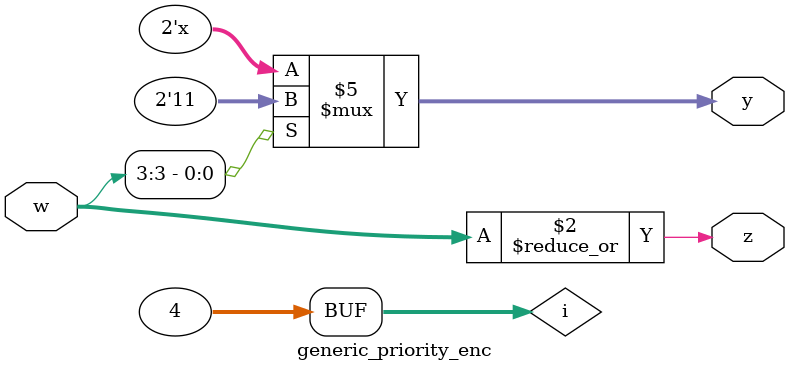
<source format=v>
module generic_priority_enc(w,y,z);

parameter INPUT_SIZE = 4;
localparam OUTPUT_SIZE = $clog2(INPUT_SIZE);

input [INPUT_SIZE-1:0] w;
output reg [OUTPUT_SIZE-1:0] y;
output z;
integer i;

assign  z = |w;

always @(w) begin
	for(i = 0; i<INPUT_SIZE ; i = i+1) begin
		if(w[i])
			y = i;
		else 
			y = 'bx;
	end
end

endmodule
</source>
